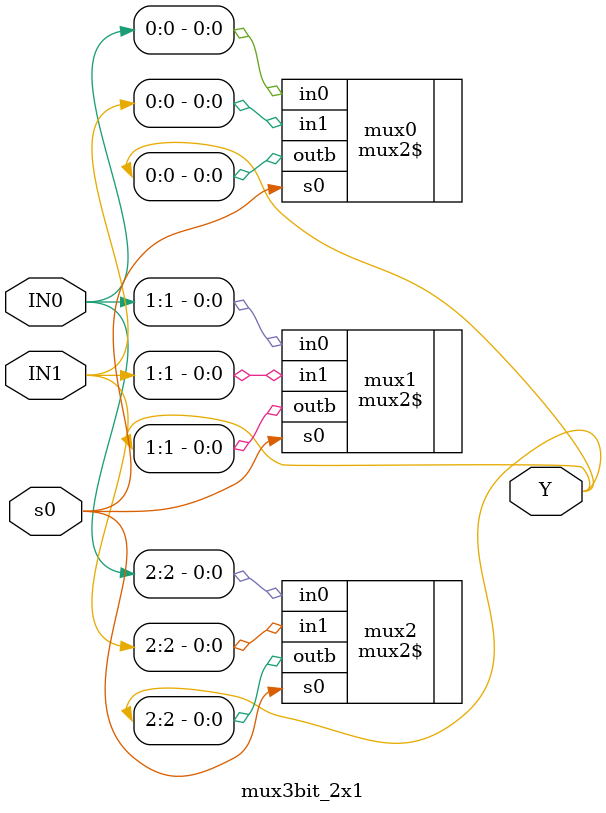
<source format=v>
module mux3bit_2x1(Y, IN0, IN1, s0);
input  [2:0]IN0;
input  [2:0]IN1;
input       s0;
output [2:0]Y;

mux2$ mux0(.outb(Y[0]), .in0(IN0[0]), .in1(IN1[0]), .s0(s0));
mux2$ mux1(.outb(Y[1]), .in0(IN0[1]), .in1(IN1[1]), .s0(s0));
mux2$ mux2(.outb(Y[2]), .in0(IN0[2]), .in1(IN1[2]), .s0(s0));

endmodule


</source>
